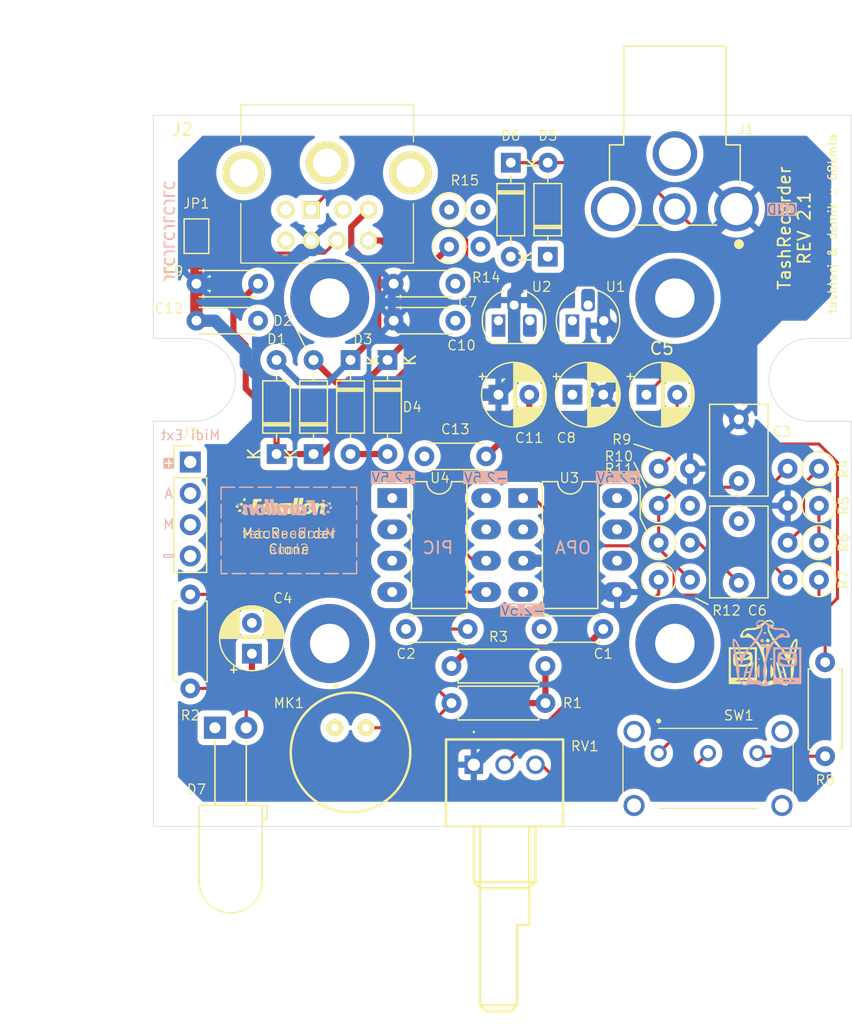
<source format=kicad_pcb>
(kicad_pcb (version 20240108) (generator "pcbnew") (generator_version "8.0")
  (title_block (title "TashRecorder") (date "2024-06-02") (rev "2.1") (company "Lostwave") (comment 1 "https://68kmla.org/bb/index.php?threads/tashrecorder-a-farallon-macrecorder-compatible-clone.47645/#post-534733") (comment 2 "https://github.com/lampmerchant/tashrecorder") (comment 3 "https://tinkerdifferent.com/threads/tashrecorder-a-farallon-macrecorder-compatible-clone.3632/"))
  (layers (0 "F.Cu" signal) (1 "In1.Cu" power) (2 "In2.Cu" signal) (31 "B.Cu" mixed) (34 "B.Paste" user) (35 "F.Paste" user) (36 "B.SilkS" user "B.Silkscreen") (37 "F.SilkS" user "F.Silkscreen") (38 "B.Mask" user) (39 "F.Mask" user) (44 "Edge.Cuts" user))
  (net 0 "")
  (net 1 "GND")
  (net 2 "Net-(C3-Pad1)")
  (net 3 "Net-(C2-Pad2)")
  (net 4 "Net-(MK1-+)")
  (net 5 "Net-(C4-Pad1)")
  (net 6 "Net-(D1-K)")
  (net 7 "Net-(D3-A)")
  (net 8 "-2V5")
  (net 9 "+2V5")
  (net 10 "Net-(D5-K)")
  (net 11 "Net-(D7-A)")
  (net 13 "/RXD-")
  (net 14 "/TXD+")
  (net 15 "/TXD-")
  (net 16 "Net-(U4-RA2)")
  (net 17 "/RXD+")
  (net 18 "/HSI")
  (net 19 "Net-(SW1-A)")
  (net 20 "Net-(U3A--)")
  (net 21 "Net-(C5-Pad2)")
  (net 22 "Net-(U3B--)")
  (net 23 "Net-(R12-Pad1)")
  (net 24 "Net-(SW1-C)")
  (net 25 "/MODE")
  (net 26 "/Audio")
  (net 27 "Net-(JP1-A)")
  (net 28 "Net-(SW1-B)")
  (net 29 "Net-(R4-Pad2)")
  (footprint "MountingHole:MountingHole_3.2mm_M3_Pad" (layer "F.Cu") (at 169.31 84.17)
    (property "Reference" "H2" (hide yes))
    (property "Value" "M3")
    (pad "1" thru_hole circle (at 0 0) (size 6.4 6.4) (drill 3.2) (layers "*.Cu" "*.Mask"))
  )
  (footprint "MountingHole:MountingHole_3.2mm_M3_Pad" (layer "F.Cu") (at 141.31 112.17)
    (property "Reference" "H3" (hide yes))
    (property "Value" "M3")
    (pad "1" thru_hole circle (at 0 0) (size 6.4 6.4) (drill 3.2) (layers "*.Cu" "*.Mask"))
  )
  (footprint "MountingHole:MountingHole_3.2mm_M3_Pad" (layer "F.Cu") (at 169.31 112.17)
    (property "Reference" "H4" (hide yes))
    (property "Value" "M3")
    (pad "1" thru_hole circle (at 0 0) (size 6.4 6.4) (drill 3.2) (layers "*.Cu" "*.Mask"))
  )
  (footprint "Resistor_THT:R_Axial_DIN0207_L6.3mm_D2.5mm_P7.62mm_Horizontal" (layer "F.Cu") (at 158.81 117 180)
    (property "Reference" "R1" (at -2.19 0 180) (layer "F.SilkS") (effects (font (size 0.8 0.8) (thickness 0.1))))
    (property "Value" "2.4kΩ")
    (pad "1" thru_hole circle (at 0 0 180) (size 1.6 1.6) (drill 0.8) (layers "*.Cu" "*.Mask") (net 5 "Net-(C4-Pad1)"))
    (pad "2" thru_hole oval (at 7.62 0 180) (size 1.6 1.6) (drill 0.8) (layers "*.Cu" "*.Mask") (net 4 "Net-(MK1-+)"))
  )
  (footprint "Package_TO_SOT_THT:TO-92_HandSolder" (layer "F.Cu") (at 161 86)
    (property "Reference" "U1" (at 3.5 -2.75 0) (layer "F.SilkS") (effects (font (size 0.8 0.8) (thickness 0.1))))
    (property "Value" "LM385Z-2.5")
    (pad "1" thru_hole rect (at 0 0) (size 1.1 1.8) (drill 0.75 (offset 0 0.4)) (layers "*.Cu" "*.Mask"))
    (pad "2" thru_hole roundrect (at 1.27 -1.27) (size 1.1 1.8) (drill 0.75 (offset 0 -0.4)) (layers "*.Cu" "*.Mask") (net 9 "+2V5"))
    (pad "3" thru_hole roundrect (at 2.54 0) (size 1.1 1.8) (drill 0.75 (offset 0 0.4)) (layers "*.Cu" "*.Mask") (net 1 "GND"))
  )
  (footprint "Package_DIP:DIP-8_W7.62mm_LongPads" (layer "F.Cu") (at 146.38 100.38)
    (property "Reference" "U4" (at 3.87 -1.63 0) (layer "F.SilkS") (effects (font (size 0.8 0.8) (thickness 0.1))))
    (property "Value" "PIC12F1501-xP")
    (pad "1" thru_hole rect (at 0 0) (size 2.4 1.6) (drill 0.8) (layers "*.Cu" "*.Mask") (net 9 "+2V5"))
    (pad "2" thru_hole oval (at 0 2.54) (size 2.4 1.6) (drill 0.8) (layers "*.Cu" "*.Mask") (net 13 "/RXD-"))
    (pad "3" thru_hole oval (at 0 5.08) (size 2.4 1.6) (drill 0.8) (layers "*.Cu" "*.Mask") (net 17 "/RXD+"))
    (pad "4" thru_hole oval (at 0 7.62) (size 2.4 1.6) (drill 0.8) (layers "*.Cu" "*.Mask") (net 25 "/MODE"))
    (pad "5" thru_hole oval (at 7.62 7.62) (size 2.4 1.6) (drill 0.8) (layers "*.Cu" "*.Mask") (net 16 "Net-(U4-RA2)"))
    (pad "6" thru_hole oval (at 7.62 5.08) (size 2.4 1.6) (drill 0.8) (layers "*.Cu" "*.Mask") (net 18 "/HSI"))
    (pad "7" thru_hole oval (at 7.62 2.54) (size 2.4 1.6) (drill 0.8) (layers "*.Cu" "*.Mask") (net 26 "/Audio"))
    (pad "8" thru_hole oval (at 7.62 0) (size 2.4 1.6) (drill 0.8) (layers "*.Cu" "*.Mask") (net 8 "-2V5"))
  )
  (footprint "Package_DIP:DIP-8_W7.62mm_LongPads" (layer "F.Cu") (at 157 100.38)
    (property "Reference" "U3" (at 3.75 -1.63 0) (layer "F.SilkS") (effects (font (size 0.8 0.8) (thickness 0.1))))
    (property "Value" "OPA2337")
    (pad "1" thru_hole rect (at 0 0) (size 2.4 1.6) (drill 0.8) (layers "*.Cu" "*.Mask") (net 19 "Net-(SW1-A)"))
    (pad "2" thru_hole oval (at 0 2.54) (size 2.4 1.6) (drill 0.8) (layers "*.Cu" "*.Mask") (net 20 "Net-(U3A--)"))
    (pad "3" thru_hole oval (at 0 5.08) (size 2.4 1.6) (drill 0.8) (layers "*.Cu" "*.Mask") (net 1 "GND"))
    (pad "4" thru_hole oval (at 0 7.62) (size 2.4 1.6) (drill 0.8) (layers "*.Cu" "*.Mask") (net 8 "-2V5"))
    (pad "5" thru_hole oval (at 7.62 7.62) (size 2.4 1.6) (drill 0.8) (layers "*.Cu" "*.Mask") (net 1 "GND"))
    (pad "6" thru_hole oval (at 7.62 5.08) (size 2.4 1.6) (drill 0.8) (layers "*.Cu" "*.Mask") (net 22 "Net-(U3B--)"))
    (pad "7" thru_hole oval (at 7.62 2.54) (size 2.4 1.6) (drill 0.8) (layers "*.Cu" "*.Mask") (net 26 "/Audio"))
    (pad "8" thru_hole oval (at 7.62 0) (size 2.4 1.6) (drill 0.8) (layers "*.Cu" "*.Mask") (net 9 "+2V5"))
  )
  (footprint "Capacitor_THT:CP_Radial_D5.0mm_P2.50mm" (layer "F.Cu") (at 135 113 90)
    (property "Reference" "C4" (at 4.5 2.5 0) (layer "F.SilkS") (effects (font (size 0.8 0.8) (thickness 0.1))))
    (property "Value" "22uF")
    (pad "1" thru_hole rect (at 0 0 90) (size 1.6 1.6) (drill 0.8) (layers "*.Cu" "*.Mask") (net 5 "Net-(C4-Pad1)"))
    (pad "2" thru_hole circle (at 2.5 0 90) (size 1.6 1.6) (drill 0.8) (layers "*.Cu" "*.Mask") (net 8 "-2V5"))
  )
  (footprint "MacRecorder:CUI_RCJ-013" (layer "F.Cu") (at 169.31 71 -90)
    (property "Reference" "J1" (at -0.5 -5.76308 180) (layer "F.SilkS") (effects (font (size 0.8 0.8) (thickness 0.1))))
    (property "Value" "RCJ-013")
    (pad "1A" thru_hole circle (at 5.95 -5 270) (size 3.616 3.616) (drill 2.6) (layers "*.Cu" "*.Mask") (net 1 "GND"))
    (pad "1B" thru_hole circle (at 5.95 5 270) (size 3.616 3.616) (drill 2.6) (layers "*.Cu" "*.Mask"))
    (pad "1C" thru_hole circle (at 1.45 0 270) (size 3.616 3.616) (drill 2.6) (layers "*.Cu" "*.Mask"))
    (pad "2" thru_hole circle (at 5.95 0 270) (size 2.55 2.55) (drill 1.7) (layers "*.Cu" "*.Mask") (net 10 "Net-(D5-K)"))
  )
  (footprint "Mini-DIN-8:57492681" (layer "F.Cu") (at 139.8 77.01)
    (property "Reference" "J2" (at -10.45 -6.51 0) (layer "F.SilkS"))
    (property "Value" "Mini-DIN-8" (hide yes))
    (pad "1" thru_hole rect (at 0 0 90) (size 1.39 1.39) (drill 0.89) (layers "*.Cu" "*.Mask" "F.SilkS") (net 18 "/HSI"))
    (pad "2" thru_hole circle (at 2.6 0 90) (size 1.39 1.39) (drill 0.89) (layers "*.Cu" "*.Mask" "F.SilkS"))
    (pad "3" thru_hole circle (at -2.05 0 90) (size 1.39 1.39) (drill 0.89) (layers "*.Cu" "*.Mask" "F.SilkS") (net 13 "/RXD-"))
    (pad "4" thru_hole circle (at 0 2.49 90) (size 1.39 1.39) (drill 0.89) (layers "*.Cu" "*.Mask" "F.SilkS") (net 1 "GND"))
    (pad "5" thru_hole circle (at 4.65 0 90) (size 1.39 1.39) (drill 0.89) (layers "*.Cu" "*.Mask" "F.SilkS") (net 15 "/TXD-"))
    (pad "6" thru_hole circle (at -2.05 2.49 90) (size 1.39 1.39) (drill 0.89) (layers "*.Cu" "*.Mask" "F.SilkS") (net 17 "/RXD+"))
    (pad "7" thru_hole circle (at 2.11 2.49 90) (size 1.39 1.39) (drill 0.89) (layers "*.Cu" "*.Mask" "F.SilkS") (net 27 "Net-(JP1-A)"))
    (pad "8" thru_hole circle (at 4.65 2.49 90) (size 1.39 1.39) (drill 0.89) (layers "*.Cu" "*.Mask" "F.SilkS") (net 14 "/TXD+"))
    (pad "MH1" thru_hole circle (at 8.06 -3 90) (size 3.44 3.44) (drill 2.29) (layers "*.Cu" "*.Mask" "F.SilkS"))
    (pad "MH2" thru_hole circle (at 1.3 -3.81 90) (size 3.44 3.44) (drill 2.29) (layers "*.Cu" "*.Mask" "F.SilkS"))
    (pad "MH3" thru_hole circle (at -5.46 -3 90) (size 3.44 3.44) (drill 2.29) (layers "*.Cu" "*.Mask" "F.SilkS"))
  )
  (footprint "Capacitor_THT:C_Disc_D4.3mm_W1.9mm_P5.00mm" (layer "F.Cu") (at 152.5 111 180)
    (property "Reference" "C2" (at 5 -2 180) (layer "F.SilkS") (effects (font (size 0.8 0.8) (thickness 0.1))))
    (property "Value" "100nF")
    (pad "1" thru_hole circle (at 0 0 180) (size 1.6 1.6) (drill 0.8) (layers "*.Cu" "*.Mask") (net 4 "Net-(MK1-+)"))
    (pad "2" thru_hole circle (at 5 0 180) (size 1.6 1.6) (drill 0.8) (layers "*.Cu" "*.Mask") (net 3 "Net-(C2-Pad2)"))
  )
  (footprint "Resistor_THT:R_Axial_DIN0207_L6.3mm_D2.5mm_P7.62mm_Horizontal" (layer "F.Cu") (at 130 108.19 -90)
    (property "Reference" "R2" (at 9.81 0 180) (layer "F.SilkS") (effects (font (size 0.8 0.8) (thickness 0.1))))
    (property "Value" "2.4kΩ")
    (pad "1" thru_hole circle (at 0 0 270) (size 1.6 1.6) (drill 0.8) (layers "*.Cu" "*.Mask") (net 16 "Net-(U4-RA2)"))
    (pad "2" thru_hole oval (at 7.62 0 270) (size 1.6 1.6) (drill 0.8) (layers "*.Cu" "*.Mask") (net 11 "Net-(D7-A)"))
  )
  (footprint "Capacitor_THT:C_Rect_L7.2mm_W4.5mm_P5.00mm_FKS2_FKP2_MKS2_MKP2" (layer "F.Cu") (at 174.5 99 90)
    (property "Reference" "C3" (at 4 3.5 0) (layer "F.SilkS") (effects (font (size 0.8 0.8) (thickness 0.1))))
    (property "Value" "6800pF")
    (pad "1" thru_hole circle (at 0 0 90) (size 1.6 1.6) (drill 0.8) (layers "*.Cu" "*.Mask") (net 2 "Net-(C3-Pad1)"))
    (pad "2" thru_hole circle (at 5 0 90) (size 1.6 1.6) (drill 0.8) (layers "*.Cu" "*.Mask") (net 1 "GND"))
  )
  (footprint "CMA-4544PF-W:CMA4544PFW" (layer "F.Cu") (at 141.73 119 90)
    (property "Reference" "MK1" (at 2 -3.73 180) (layer "F.SilkS") (effects (font (size 0.8 0.8) (thickness 0.1))))
    (property "Value" "Microphone" (hide yes))
    (pad "1" thru_hole circle (at 0 0 180) (size 1.333 1.333) (drill 0.65) (layers "*.Cu" "*.Mask" "F.SilkS") (net 8 "-2V5"))
    (pad "2" thru_hole circle (at 0 2.54 180) (size 1.333 1.333) (drill 0.65) (layers "*.Cu" "*.Mask" "F.SilkS") (net 4 "Net-(MK1-+)"))
  )
  (footprint "Resistor_THT:R_Axial_DIN0207_L6.3mm_D2.5mm_P7.62mm_Horizontal" (layer "F.Cu") (at 151.19 114)
    (property "Reference" "R3" (at 3.81 -2.37 0) (layer "F.SilkS") (effects (font (size 0.8 0.8) (thickness 0.1))))
    (property "Value" "1.2kΩ")
    (pad "1" thru_hole circle (at 0 0) (size 1.6 1.6) (drill 0.8) (layers "*.Cu" "*.Mask") (net 9 "+2V5"))
    (pad "2" thru_hole oval (at 7.62 0) (size 1.6 1.6) (drill 0.8) (layers "*.Cu" "*.Mask") (net 5 "Net-(C4-Pad1)"))
  )
  (footprint "Package_TO_SOT_THT:TO-92_HandSolder" (layer "F.Cu") (at 155 86)
    (property "Reference" "U2" (at 3.5 -2.75 0) (layer "F.SilkS") (effects (font (size 0.8 0.8) (thickness 0.1))))
    (property "Value" "LM385Z-2.5")
    (pad "1" thru_hole rect (at 0 0) (size 1.1 1.8) (drill 0.75 (offset 0 0.4)) (layers "*.Cu" "*.Mask"))
    (pad "2" thru_hole roundrect (at 1.27 -1.27) (size 1.1 1.8) (drill 0.75 (offset 0 -0.4)) (layers "*.Cu" "*.Mask") (net 1 "GND"))
    (pad "3" thru_hole roundrect (at 2.54 0) (size 1.1 1.8) (drill 0.75 (offset 0 0.4)) (layers "*.Cu" "*.Mask") (net 8 "-2V5"))
  )
  (footprint "Capacitor_THT:C_Disc_D4.3mm_W1.9mm_P5.00mm" (layer "F.Cu") (at 163.5 111 180)
    (property "Reference" "C1" (at 0 -2 180) (layer "F.SilkS") (effects (font (size 0.8 0.8) (thickness 0.1))))
    (property "Value" "100nF")
    (pad "1" thru_hole circle (at 0 0 180) (size 1.6 1.6) (drill 0.8) (layers "*.Cu" "*.Mask") (net 9 "+2V5"))
    (pad "2" thru_hole circle (at 5 0 180) (size 1.6 1.6) (drill 0.8) (layers "*.Cu" "*.Mask") (net 8 "-2V5"))
  )
  (footprint "Resistor_THT:R_Axial_DIN0207_L6.3mm_D2.5mm_P2.54mm_Vertical" (layer "F.Cu") (at 181 104 180)
    (property "Reference" "R6" (at -2 0 -90) (layer "F.SilkS") (effects (font (size 0.8 0.8) (thickness 0.1))))
    (property "Value" "2.4kΩ")
    (pad "1" thru_hole circle (at 0 0 180) (size 1.6 1.6) (drill 0.8) (layers "*.Cu" "*.Mask") (net 3 "Net-(C2-Pad2)"))
    (pad "2" thru_hole oval (at 2.54 0 180) (size 1.6 1.6) (drill 0.8) (layers "*.Cu" "*.Mask") (net 20 "Net-(U3A--)"))
  )
  (footprint "Resistor_THT:R_Axial_DIN0207_L6.3mm_D2.5mm_P2.54mm_Vertical" (layer "F.Cu") (at 181 107 180)
    (property "Reference" "R7" (at -2 0 -90) (layer "F.SilkS") (effects (font (size 0.8 0.8) (thickness 0.1))))
    (property "Value" "220k")
    (pad "1" thru_hole circle (at 0 0 180) (size 1.6 1.6) (drill 0.8) (layers "*.Cu" "*.Mask") (net 19 "Net-(SW1-A)"))
    (pad "2" thru_hole oval (at 2.54 0 180) (size 1.6 1.6) (drill 0.8) (layers "*.Cu" "*.Mask") (net 29 "Net-(R4-Pad2)"))
  )
  (footprint "Capacitor_THT:C_Disc_D4.3mm_W1.9mm_P5.00mm" (layer "F.Cu") (at 151.5 86 180)
    (property "Reference" "C10" (at -0.5 -2 180) (layer "F.SilkS") (effects (font (size 0.8 0.8) (thickness 0.1))))
    (property "Value" "100nF")
    (pad "1" thru_hole circle (at 0 0 180) (size 1.6 1.6) (drill 0.8) (layers "*.Cu" "*.Mask") (net 8 "-2V5"))
    (pad "2" thru_hole circle (at 5 0 180) (size 1.6 1.6) (drill 0.8) (layers "*.Cu" "*.Mask") (net 1 "GND"))
  )
  (footprint "Resistor_THT:R_Axial_DIN0207_L6.3mm_D2.5mm_P2.54mm_Vertical" (layer "F.Cu") (at 181 98 180)
    (property "Reference" "R4" (at -2 0 -90) (layer "F.SilkS") (effects (font (size 0.8 0.8) (thickness 0.1))))
    (property "Value" "220kΩ")
    (pad "1" thru_hole circle (at 0 0 180) (size 1.6 1.6) (drill 0.8) (layers "*.Cu" "*.Mask") (net 20 "Net-(U3A--)"))
    (pad "2" thru_hole oval (at 2.54 0 180) (size 1.6 1.6) (drill 0.8) (layers "*.Cu" "*.Mask") (net 29 "Net-(R4-Pad2)"))
  )
  (footprint "Resistor_THT:R_Axial_DIN0207_L6.3mm_D2.5mm_P2.54mm_Vertical" (layer "F.Cu") (at 151 77)
    (property "Reference" "R15" (at 1.27 -2.37 0) (layer "F.SilkS") (effects (font (size 0.8 0.8) (thickness 0.1))))
    (property "Value" "47")
    (pad "1" thru_hole circle (at 0 0) (size 1.6 1.6) (drill 0.8) (layers "*.Cu" "*.Mask") (net 7 "Net-(D3-A)"))
    (pad "2" thru_hole oval (at 2.54 0) (size 1.6 1.6) (drill 0.8) (layers "*.Cu" "*.Mask") (net 8 "-2V5"))
  )
  (footprint "LED_THT:LED_D5.0mm_Horizontal_O6.35mm_Z9.0mm" (layer "F.Cu") (at 132 119)
    (property "Reference" "D7" (at -1.5 5 0) (layer "F.SilkS") (effects (font (size 0.8 0.8) (thickness 0.1))))
    (property "Value" "LED")
    (pad "1" thru_hole rect (at 0 0) (size 1.8 1.8) (drill 0.9) (layers "*.Cu" "*.Mask") (net 8 "-2V5"))
    (pad "2" thru_hole circle (at 2.54 0) (size 1.8 1.8) (drill 0.9) (layers "*.Cu" "*.Mask") (net 11 "Net-(D7-A)"))
  )
  (footprint "Capacitor_THT:C_Disc_D4.3mm_W1.9mm_P5.00mm" (layer "F.Cu") (at 151.5 83 180)
    (property "Reference" "C7" (at -1 -1.5 180) (layer "F.SilkS") (effects (font (size 0.8 0.8) (thickness 0.1))))
    (property "Value" "100nF")
    (pad "1" thru_hole circle (at 0 0 180) (size 1.6 1.6) (drill 0.8) (layers "*.Cu" "*.Mask") (net 9 "+2V5"))
    (pad "2" thru_hole circle (at 5 0 180) (size 1.6 1.6) (drill 0.8) (layers "*.Cu" "*.Mask") (net 1 "GND"))
  )
  (footprint "Resistor_THT:R_Axial_DIN0207_L6.3mm_D2.5mm_P2.54mm_Vertical" (layer "F.Cu") (at 168 107)
    (property "Reference" "R12" (at 5.5 2.5 0) (layer "F.SilkS") (effects (font (size 0.8 0.8) (thickness 0.1))))
    (property "Value" "1.2kΩ")
    (pad "1" thru_hole circle (at 0 0) (size 1.6 1.6) (drill 0.8) (layers "*.Cu" "*.Mask") (net 23 "Net-(R12-Pad1)"))
    (pad "2" thru_hole oval (at 2.54 0) (size 1.6 1.6) (drill 0.8) (layers "*.Cu" "*.Mask") (net 2 "Net-(C3-Pad1)"))
  )
  (footprint "Capacitor_THT:C_Rect_L7.2mm_W4.5mm_P5.00mm_FKS2_FKP2_MKS2_MKP2" (layer "F.Cu") (at 174.5 107.25 90)
    (property "Reference" "C6" (at -2.25 1.5 0) (layer "F.SilkS") (effects (font (size 0.8 0.8) (thickness 0.1))))
    (property "Value" "680pF")
    (pad "1" thru_hole circle (at 0 0 90) (size 1.6 1.6) (drill 0.8) (layers "*.Cu" "*.Mask") (net 22 "Net-(U3B--)"))
    (pad "2" thru_hole circle (at 5 0 90) (size 1.6 1.6) (drill 0.8) (layers "*.Cu" "*.Mask") (net 26 "/Audio"))
  )
  (footprint "Resistor_THT:R_Axial_DIN0207_L6.3mm_D2.5mm_P7.62mm_Horizontal" (layer "F.Cu") (at 181.5 121.31 90)
    (property "Reference" "R8" (at -1.94 0 0) (layer "F.SilkS") (effects (font (size 0.8 0.8) (thickness 0.1))))
    (property "Value" "47Ω")
    (pad "1" thru_hole circle (at 0 0 90) (size 1.6 1.6) (drill 0.8) (layers "*.Cu" "*.Mask") (net 24 "Net-(SW1-C)"))
    (pad "2" thru_hole oval (at 7.62 0 90) (size 1.6 1.6) (drill 0.8) (layers "*.Cu" "*.Mask") (net 21 "Net-(C5-Pad2)"))
  )
  (footprint "Resistor_THT:R_Axial_DIN0207_L6.3mm_D2.5mm_P2.54mm_Vertical" (layer "F.Cu") (at 168 98)
    (property "Reference" "R9" (at -3 -2.37 0) (layer "F.SilkS") (effects (font (size 0.8 0.8) (thickness 0.1))))
    (property "Value" "220kΩ")
    (pad "1" thru_hole circle (at 0 0) (size 1.6 1.6) (drill 0.8) (layers "*.Cu" "*.Mask") (net 21 "Net-(C5-Pad2)"))
    (pad "2" thru_hole oval (at 2.54 0) (size 1.6 1.6) (drill 0.8) (layers "*.Cu" "*.Mask") (net 1 "GND"))
  )
  (footprint "Capacitor_THT:CP_Radial_D5.0mm_P2.50mm" (layer "F.Cu") (at 155 92)
    (property "Reference" "C11" (at 2.5 3.5 0) (layer "F.SilkS") (effects (font (size 0.8 0.8) (thickness 0.1))))
    (property "Value" "22uF")
    (pad "1" thru_hole rect (at 0 0) (size 1.6 1.6) (drill 0.8) (layers "*.Cu" "*.Mask") (net 1 "GND"))
    (pad "2" thru_hole circle (at 2.5 0) (size 1.6 1.6) (drill 0.8) (layers "*.Cu" "*.Mask") (net 8 "-2V5"))
  )
  (footprint "Capacitor_THT:CP_Radial_D5.0mm_P2.50mm" (layer "F.Cu") (at 161 92)
    (property "Reference" "C8" (at -0.5 3.5 0) (layer "F.SilkS") (effects (font (size 0.8 0.8) (thickness 0.1))))
    (property "Value" "22uF")
    (pad "1" thru_hole rect (at 0 0) (size 1.6 1.6) (drill 0.8) (layers "*.Cu" "*.Mask") (net 9 "+2V5"))
    (pad "2" thru_hole circle (at 2.5 0) (size 1.6 1.6) (drill 0.8) (layers "*.Cu" "*.Mask") (net 1 "GND"))
  )
  (footprint "Resistor_THT:R_Axial_DIN0207_L6.3mm_D2.5mm_P2.54mm_Vertical" (layer "F.Cu") (at 151 80)
    (property "Reference" "R14" (at 3 2.5 0) (layer "F.SilkS") (effects (font (size 0.8 0.8) (thickness 0.1))))
    (property "Value" "47")
    (pad "1" thru_hole circle (at 0 0) (size 1.6 1.6) (drill 0.8) (layers "*.Cu" "*.Mask") (net 6 "Net-(D1-K)"))
    (pad "2" thru_hole oval (at 2.54 0) (size 1.6 1.6) (drill 0.8) (layers "*.Cu" "*.Mask") (net 9 "+2V5"))
  )
  (footprint "Resistor_THT:R_Axial_DIN0207_L6.3mm_D2.5mm_P2.54mm_Vertical" (layer "F.Cu") (at 168 101)
    (property "Reference" "R10" (at -2 -4 0) (layer "F.SilkS") (effects (font (size 0.8 0.8) (thickness 0.1)) (justify right)))
    (property "Value" "4.7kΩ")
    (pad "1" thru_hole circle (at 0 0) (size 1.6 1.6) (drill 0.8) (layers "*.Cu" "*.Mask") (net 2 "Net-(C3-Pad1)"))
    (pad "2" thru_hole oval (at 2.54 0) (size 1.6 1.6) (drill 0.8) (layers "*.Cu" "*.Mask") (net 26 "/Audio"))
  )
  (footprint "Diode_THT:D_DO-35_SOD27_P7.62mm_Horizontal" (layer "F.Cu") (at 140 96.81 90)
    (property "Reference" "D2" (at 10.81 -2.5 0) (layer "F.SilkS") (effects (font (size 0.8 0.8) (thickness 0.1))))
    (property "Value" "1N4148")
    (fp_text user "K" (at 0 -1.8 -90) (layer "F.SilkS"))
    (pad "1" thru_hole rect (at 0 0 90) (size 1.6 1.6) (drill 0.8) (layers "*.Cu" "*.Mask") (net 6 "Net-(D1-K)"))
    (pad "2" thru_hole oval (at 7.62 0 90) (size 1.6 1.6) (drill 0.8) (layers "*.Cu" "*.Mask") (net 14 "/TXD+"))
  )
  (footprint "Capacitor_THT:C_Disc_D4.3mm_W1.9mm_P5.00mm" (layer "F.Cu") (at 149 97)
    (property "Reference" "C13" (at 2.5 -2.2 0) (layer "F.SilkS") (effects (font (size 0.8 0.8) (thickness 0.1))))
    (property "Value" "100nF")
    (pad "1" thru_hole circle (at 0 0) (size 1.6 1.6) (drill 0.8) (layers "*.Cu" "*.Mask") (net 9 "+2V5"))
    (pad "2" thru_hole circle (at 5 0) (size 1.6 1.6) (drill 0.8) (layers "*.Cu" "*.Mask") (net 8 "-2V5"))
  )
  (footprint "Diode_THT:D_DO-35_SOD27_P7.62mm_Horizontal" (layer "F.Cu") (at 156 73.19 -90)
    (property "Reference" "D5" (at -2.19 -3 180) (layer "F.SilkS") (effects (font (size 0.8 0.8) (thickness 0.1))))
    (property "Value" "1N4148")
    (fp_text user "K" (at 0 -1.8 90) (layer "F.SilkS"))
    (pad "1" thru_hole rect (at 0 0 270) (size 1.6 1.6) (drill 0.8) (layers "*.Cu" "*.Mask") (net 10 "Net-(D5-K)"))
    (pad "2" thru_hole oval (at 7.62 0 270) (size 1.6 1.6) (drill 0.8) (layers "*.Cu" "*.Mask") (net 8 "-2V5"))
  )
  (footprint "Capacitor_THT:C_Disc_D4.3mm_W1.9mm_P5.00mm" (layer "F.Cu") (at 135.5 83 180)
    (property "Reference" "C9" (at 6 1 180) (layer "F.SilkS") (effects (font (size 0.8 0.8) (thickness 0.1)) (justify right)))
    (property "Value" "100nF")
    (pad "1" thru_hole circle (at 0 0 180) (size 1.6 1.6) (drill 0.8) (layers "*.Cu" "*.Mask") (net 6 "Net-(D1-K)"))
    (pad "2" thru_hole circle (at 5 0 180) (size 1.6 1.6) (drill 0.8) (layers "*.Cu" "*.Mask") (net 1 "GND"))
  )
  (footprint "Connector_PinHeader_2.54mm:PinHeader_1x04_P2.54mm_Vertical" (layer "F.Cu") (at 130 97.46)
    (property "Reference" "J3" (at 0 -2.33 0) (layer "F.SilkS") (effects (font (size 0.8 0.8) (thickness 0.1))))
    (property "Value" "Conn_01x04")
    (pad "1" thru_hole rect (at 0 0) (size 1.7 1.7) (drill 1) (layers "*.Cu" "*.Mask") (net 9 "+2V5"))
    (pad "2" thru_hole oval (at 0 2.54) (size 1.7 1.7) (drill 1) (layers "*.Cu" "*.Mask") (net 26 "/Audio"))
    (pad "3" thru_hole oval (at 0 5.08) (size 1.7 1.7) (drill 1) (layers "*.Cu" "*.Mask") (net 25 "/MODE"))
    (pad "4" thru_hole oval (at 0 7.62) (size 1.7 1.7) (drill 1) (layers "*.Cu" "*.Mask") (net 8 "-2V5"))
  )
  (footprint "LOGO" (layer "F.Cu") (at 176.5 113)
    (property "Reference" "G***" (hide yes))
    (property "Value" "LOGO" (hide yes))
  )
  (footprint "Capacitor_THT:C_Disc_D4.3mm_W1.9mm_P5.00mm" (layer "F.Cu") (at 135.5 86 180)
    (property "Reference" "C12" (at 6 1 180) (layer "F.SilkS") (effects (font (size 0.8 0.8) (thickness 0.1)) (justify right)))
    (property "Value" "100nF")
    (pad "1" thru_hole circle (at 0 0 180) (size 1.6 1.6) (drill 0.8) (layers "*.Cu" "*.Mask") (net 7 "Net-(D3-A)"))
    (pad "2" thru_hole circle (at 5 0 180) (size 1.6 1.6) (drill 0.8) (layers "*.Cu" "*.Mask") (net 1 "GND"))
  )
  (footprint "Capacitor_THT:CP_Radial_D5.0mm_P2.50mm" (layer "F.Cu") (at 167 92)
    (property "Reference" "C5" (at 1.25 -3.75 0) (layer "F.SilkS"))
    (property "Value" "22uF")
    (pad "1" thru_hole rect (at 0 0) (size 1.6 1.6) (drill 0.8) (layers "*.Cu" "*.Mask") (net 10 "Net-(D5-K)"))
    (pad "2" thru_hole circle (at 2.5 0) (size 1.6 1.6) (drill 0.8) (layers "*.Cu" "*.Mask") (net 21 "Net-(C5-Pad2)"))
  )
  (footprint "MountingHole:MountingHole_3.2mm_M3_Pad" (layer "F.Cu") (at 141.31 84.17)
    (property "Reference" "H1" (hide yes))
    (property "Value" "M3")
    (pad "1" thru_hole circle (at 0 0) (size 6.4 6.4) (drill 3.2) (layers "*.Cu" "*.Mask"))
  )
  (footprint "Diode_THT:D_DO-35_SOD27_P7.62mm_Horizontal" (layer "F.Cu") (at 143 89.19 -90)
    (property "Reference" "D3" (at -1.69 -1 180) (layer "F.SilkS") (effects (font (size 0.8 0.8) (thickness 0.1))))
    (property "Value" "1N4148")
    (fp_text user "K" (at 0 -1.8 90) (layer "F.SilkS"))
    (pad "1" thru_hole rect (at 0 0 270) (size 1.6 1.6) (drill 0.8) (layers "*.Cu" "*.Mask") (net 15 "/TXD-"))
    (pad "2" thru_hole oval (at 7.62 0 270) (size 1.6 1.6) (drill 0.8) (layers "*.Cu" "*.Mask") (net 7 "Net-(D3-A)"))
  )
  (footprint "MacRecorder:PTD9011015FA203" (layer "F.Cu") (at 153 122 -90)
    (property "Reference" "RV1" (at -1.5 -9 180) (layer "F.SilkS") (effects (font (size 0.8 0.8) (thickness 0.1))))
    (property "Value" "100k" (hide yes))
    (pad "1" thru_hole rect (at 0 0 270) (size 1.5 1.5) (drill 1) (layers "*.Cu" "*.Mask") (net 1 "GND"))
    (pad "2" thru_hole circle (at 0 -2.5 270) (size 1.5 1.5) (drill 1) (layers "*.Cu" "*.Mask") (net 23 "Net-(R12-Pad1)"))
    (pad "3" thru_hole circle (at 0 -5 270) (size 1.5 1.5) (drill 1) (layers "*.Cu" "*.Mask") (net 28 "Net-(SW1-B)"))
  )
  (footprint "Resistor_THT:R_Axial_DIN0207_L6.3mm_D2.5mm_P2.54mm_Vertical" (layer "F.Cu") (at 181 101 180)
    (property "Reference" "R5" (at -2 0 -90) (layer "F.SilkS") (effects (font (size 0.8 0.8) (thickness 0.1))))
    (property "Value" "220kΩ")
    (pad "1" thru_hole circle (at 0 0 180) (size 1.6 1.6) (drill 0.8) (layers "*.Cu" "*.Mask") (net 3 "Net-(C2-Pad2)"))
    (pad "2" thru_hole oval (at 2.54 0 180) (size 1.6 1.6) (drill 0.8) (layers "*.Cu" "*.Mask") (net 1 "GND"))
  )
  (footprint "Resistor_THT:R_Axial_DIN0207_L6.3mm_D2.5mm_P2.54mm_Vertical" (layer "F.Cu") (at 168 104)
    (property "Reference" "R11" (at -2 -6 0) (layer "F.SilkS") (effects (font (size 0.8 0.8) (thickness 0.1)) (justify right)))
    (property "Value" "10kΩ")
    (pad "1" thru_hole circle (at 0 0) (size 1.6 1.6) (drill 0.8) (layers "*.Cu" "*.Mask") (net 2 "Net-(C3-Pad1)"))
    (pad "2" thru_hole oval (at 2.54 0) (size 1.6 1.6) (drill 0.8) (layers "*.Cu" "*.Mask") (net 22 "Net-(U3B--)"))
  )
  (footprint "MacRecorder:EG1224" (layer "F.Cu") (at 168 121.0525)
    (property "Reference" "SW1" (at 6.5 -3.0525 0) (layer "F.SilkS") (effects (font (size 0.8 0.8) (thickness 0.1))))
    (property "Value" "EG 1224 SPDT" (hide yes))
    (pad "1" thru_hole circle (at 0 0) (size 1.3 1.3) (drill 0.8) (layers "*.Cu" "*.Mask") (net 19 "Net-(SW1-A)"))
    (pad "2" thru_hole circle (at 4 0) (size 1.3 1.3) (drill 0.8) (layers "*.Cu" "*.Mask") (net 28 "Net-(SW1-B)"))
    (pad "3" thru_hole circle (at 8 0) (size 1.3 1.3) (drill 0.8) (layers "*.Cu" "*.Mask") (net 24 "Net-(SW1-C)"))
    (pad "MH1" thru_hole circle (at -2 4.25) (size 1.71 1.71) (drill 1.14) (layers "*.Cu" "*.Mask"))
    (pad "MH2" thru_hole circle (at -2 -1.75) (size 1.71 1.71) (drill 1.14) (layers "*.Cu" "*.Mask"))
    (pad "MH3" thru_hole circle (at 10 -1.75) (size 1.71 1.71) (drill 1.14) (layers "*.Cu" "*.Mask"))
    (pad "MH4" thru_hole circle (at 10 4.25) (size 1.71 1.71) (drill 1.14) (layers "*.Cu" "*.Mask"))
  )
  (footprint "Diode_THT:D_DO-35_SOD27_P7.62mm_Horizontal" (layer "F.Cu") (at 137 96.81 90)
    (property "Reference" "D1" (at 9.31 0 0) (layer "F.SilkS") (effects (font (size 0.8 0.8) (thickness 0.1))))
    (property "Value" "1N4148")
    (fp_text user "K" (at 0 -1.8 -90) (layer "F.SilkS"))
    (pad "1" thru_hole rect (at 0 0 90) (size 1.6 1.6) (drill 0.8) (layers "*.Cu" "*.Mask") (net 6 "Net-(D1-K)"))
    (pad "2" thru_hole oval (at 7.62 0 90) (size 1.6 1.6) (drill 0.8) (layers "*.Cu" "*.Mask") (net 15 "/TXD-"))
  )
  (footprint "MacRecorder:Farallon" (layer "F.Cu") (at 137.5 101)
    (property "Reference" "GF" (hide yes))
    (property "Value" "LOGO" (hide yes))
  )
  (footprint "Diode_THT:D_DO-35_SOD27_P7.62mm_Horizontal" (layer "F.Cu") (at 146 89.19 -90)
    (property "Reference" "D4" (at 3.81 -2 180) (layer "F.SilkS") (effects (font (size 0.8 0.8) (thickness 0.1))))
    (property "Value" "1N4148")
    (fp_text user "K" (at 0 -1.8 90) (layer "F.SilkS"))
    (pad "1" thru_hole rect (at 0 0 270) (size 1.6 1.6) (drill 0.8) (layers "*.Cu" "*.Mask") (net 14 "/TXD+"))
    (pad "2" thru_hole oval (at 7.62 0 270) (size 1.6 1.6) (drill 0.8) (layers "*.Cu" "*.Mask") (net 7 "Net-(D3-A)"))
  )
  (footprint "Jumper:SolderJumper-2_P1.3mm_Open_Pad1.0x1.5mm" (layer "F.Cu") (at 130.5 79.15 -90)
    (property "Reference" "JP1" (at -2.65 0 0) (layer "F.SilkS") (effects (font (size 0.8 0.8) (thickness 0.1))))
    (property "Value" "GPIn to GND")
    (pad "1" smd rect (at -0.65 0 270) (size 1 1.5) (layers "F.Cu" "F.Mask") (net 27 "Net-(JP1-A)"))
    (pad "2" smd rect (at 0.65 0 270) (size 1 1.5) (layers "F.Cu" "F.Mask") (net 1 "GND"))
  )
  (footprint "Diode_THT:D_DO-35_SOD27_P7.62mm_Horizontal" (layer "F.Cu") (at 159 80.81 90)
    (property "Reference" "D6" (at 9.81 -3 0) (layer "F.SilkS") (effects (font (size 0.8 0.8) (thickness 0.1))))
    (property "Value" "1N4148")
    (fp_text user "K" (at 0 -1.8 -90) (layer "F.SilkS"))
    (pad "1" thru_hole rect (at 0 0 90) (size 1.6 1.6) (drill 0.8) (layers "*.Cu" "*.Mask") (net 9 "+2V5"))
    (pad "2" thru_hole oval (at 7.62 0 90) (size 1.6 1.6) (drill 0.8) (layers "*.Cu" "*.Mask") (net 10 "Net-(D5-K)"))
  )
  (footprint "LOGO" (layer "B.Cu") (at 176.75 113 180)
    (property "Reference" "G***" (hide yes))
    (property "Value" "LOGO" (hide yes))
  )
  (footprint "MacRecorder:Farallon" (layer "B.Cu") (at 137.697297 101.097576 180)
    (property "Reference" "GB" (hide yes))
    (property "Value" "LOGO" (hide yes))
  )
  (gr_rect (start 132.5 99.5) (end 143.5 106.5) (stroke (width 0.2)) (fill solid) (layer "F.Cu"))
  (gr_rect (start 132.5 99.5) (end 143.5 106.5) (stroke (width 0.1) (type dash)) (fill none) (layer "B.SilkS"))
  (gr_line (start 167 99.5) (end 166 97.5) (stroke (width 0.12)) (layer "F.SilkS"))
  (gr_line (start 166.5 102) (end 167 103) (stroke (width 0.12)) (layer "F.SilkS"))
  (gr_line (start 166 96) (end 167.5 96.5) (stroke (width 0.12)) (layer "F.SilkS"))
  (gr_line (start 172 109) (end 171 108.5) (stroke (width 0.12)) (layer "F.SilkS"))
  (gr_line (start 138.5 86.5) (end 139.5 88.5) (stroke (width 0.12)) (layer "F.SilkS"))
  (gr_line (start 166 98.5) (end 166.5 99.5) (stroke (width 0.12)) (layer "F.SilkS"))
  (gr_rect (start 132.5 99.5) (end 143.5 106.5) (stroke (width 0.1) (type dash)) (fill none) (layer "F.SilkS"))
  (gr_line (start 166.5 99.5) (end 166.5 102) (stroke (width 0.12)) (layer "F.SilkS"))
  (gr_line (start 127 87.434) (end 127 69.344) (stroke (width 0.05)) (layer "Edge.Cuts"))
  (gr_line (start 180.308 94.15) (end 183.61 94.15) (stroke (width 0.05)) (layer "Edge.Cuts"))
  (gr_line (start 130.302 94.15) (end 127 94.15) (stroke (width 0.05)) (layer "Edge.Cuts"))
  (gr_arc (start 130.302 87.434) (mid 133.66 90.792) (end 130.302 94.15) (stroke (width 0.05)) (layer "Edge.Cuts"))
  (gr_line (start 127 87.434) (end 130.302 87.434) (stroke (width 0.05)) (layer "Edge.Cuts"))
  (gr_line (start 127 127) (end 127 94.15) (stroke (width 0.05)) (layer "Edge.Cuts"))
  (gr_line (start 183.61 127) (end 127 127) (stroke (width 0.05)) (layer "Edge.Cuts"))
  (gr_line (start 183.61 69.344) (end 127 69.344) (stroke (width 0.05)) (layer "Edge.Cuts"))
  (gr_line (start 180.308 87.434) (end 183.61 87.434) (stroke (width 0.05)) (layer "Edge.Cuts"))
  (gr_line (start 183.61 127) (end 183.61 94.15) (stroke (width 0.05)) (layer "Edge.Cuts"))
  (gr_line (start 183.61 87.434) (end 183.61 69.344) (stroke (width 0.05)) (layer "Edge.Cuts"))
  (gr_arc (start 180.308 94.15) (mid 176.95 90.792) (end 180.308 87.434) (stroke (width 0.05)) (layer "Edge.Cuts"))
  (gr_text "MacRecorder\nClone" (at 138 105 -0) (layer "B.SilkS") (effects (font (size 0.8 0.8) (thickness 0.1)) (justify bottom mirror)))
  (gr_text "M" (at 128.25 102.5 0) (layer "B.SilkS") (effects (font (size 0.8 0.8) (thickness 0.1))))
  (gr_text "PIC" (at 148.75 105 0) (layer "B.SilkS") (effects (font (size 1 1)) (justify right bottom mirror)))
  (gr_text "-" (at 128.25 105 0) (layer "B.SilkS" knockout) (effects (font (size 0.8 0.8) (thickness 0.1))))
  (gr_text "-2.5V" (at 154 98.75 0) (layer "B.SilkS" knockout) (effects (font (size 0.8 0.8) (thickness 0.1)) (justify mirror)))
  (gr_text "+" (at 128.25 97.5 0) (layer "B.SilkS" knockout) (effects (font (size 0.8 0.8) (thickness 0.1))))
  (gr_text "Midi Ext" (at 132.5 95.75 -0) (layer "B.SilkS") (effects (font (size 0.8 0.8) (thickness 0.1)) (justify left bottom mirror)))
  (gr_text "A" (at 128.25 100 0) (layer "B.SilkS") (effects (font (size 0.8 0.8) (thickness 0.1))))
  (gr_text "GND" (at 178 77 0) (layer "B.SilkS" knockout) (effects (font (size 0.8 0.8) (thickness 0.1)) (justify mirror)))
  (gr_text "OPA" (at 159.5 105 0) (layer "B.SilkS") (effects (font (size 1 1)) (justify right bottom mirror)))
  (gr_text "JLCJLCJLCJLC" (at 128.27 78.74 -90) (layer "B.SilkS") (effects (font (size 0.8 0.8)) (justify mirror)))
  (gr_text "+2.5V" (at 146.5 98.75 0) (layer "B.SilkS" knockout) (effects (font (size 0.8 0.8) (thickness 0.1)) (justify mirror)))
  (gr_text "-2.5V" (at 157 109.5 0) (layer "B.SilkS" knockout) (effects (font (size 0.8 0.8) (thickness 0.1)) (justify mirror)))
  (gr_text "+2.5V" (at 164.75 98.75 0) (layer "B.SilkS" knockout) (effects (font (size 0.8 0.8) (thickness 0.1)) (justify mirror)))
  (gr_text "TashRecorder\nREV 2.1" (at 179 78.5 90) (layer "F.SilkS") (effects (font (size 1 1))))
  (gr_text "tashtari & demik :: 68kmla" (at 182.5 85.5 90) (layer "F.SilkS") (effects (font (size 0.7 0.7) (thickness 0.1)) (justify left bottom)))
  (gr_text "MacRecorder\nClone" (at 138 105 0) (layer "F.SilkS") (effects (font (size 0.8 0.8) (thickness 0.1)) (justify bottom)))
  (segment (start 130.5 83) (end 130.5 79.8) (width 1) (layer "F.Cu") (net 1))
  (segment (start 130.5 86) (end 130.5 83) (width 1) (layer "F.Cu") (net 1))
  (segment (start 152.5 92) (end 146.5 86) (width 1) (layer "B.Cu") (net 1))
  (segment (start 162.956478 82.73) (end 165.686478 80) (width 1) (layer "B.Cu") (net 1))
  (segment (start 140 79.7) (end 139.8 79.5) (width 1) (layer "B.Cu") (net 1))
  (segment (start 163.5 108) (end 164.62 108) (width 1) (layer "B.Cu") (net 1))
  (segment (start 163.5 92) (end 166.5 89) (width 1) (layer "B.Cu") (net 1))
  (segment (start 134.5 88.5) (end 132 86) (width 1) (layer "B.Cu") (net 1))
  (segment (start 173.5 89) (end 173.5 93) (width 1) (layer "B.Cu") (net 1))
  (segment (start 140 80.27) (end 140 79.7) (width 1) (layer "B.Cu") (net 1))
  (segment (start 155.5 119.5) (end 159 119.5) (width 1) (layer "B.Cu") (net 1))
  (segment (start 155 92) (end 156.27 90.73) (width 1) (layer "B.Cu") (net 1))
  (segment (start 161 110.5) (end 163.5 108) (width 1) (layer "B.Cu") (net 1))
  (segment (start 161 117.5) (end 161 110.5) (width 1) (layer "B.Cu") (net 1))
  (segment (start 134 81) (end 136 81) (width 1) (layer "B.Cu") (net 1))
  (segment (start 173.5 93) (end 174.5 94) (width 1) (layer "B.Cu") (net 1))
  (segment (start 163.5 108) (end 162.72 107.22) (width 1) (layer "B.Cu") (net 1))
  (segment (start 139.03 80.27) (end 140 80.27) (width 1) (layer "B.Cu") (net 1))
  (segment (start 162.72 92.78) (end 163.5 92) (width 1) (layer "B.Cu") (net 1))
  (segment (start 166.54 89) (end 173.5 89) (width 1) (layer "B.Cu") (net 1))
  (segment (start 162.956478 82.73) (end 157.27 82.73) (width 1) (layer "B.Cu") (net 1))
  (segment (start 157.27 82.73) (end 156.27 83.73) (width 1) (layer "B.Cu") (net 1))
  (segment (start 130.5 83) (end 132 83) (width 1) (layer "B.Cu") (net 1))
  (segment (start 163.54 86) (end 166.54 89) (width 1) (layer "B.Cu") (net 1))
  (segment (start 165.686478 80) (end 171.26 80) (width 1) (layer "B.Cu") (net 1))
  (segment (start 134.5 89.5) (end 134.5 88.5) (width 1) (layer "B.Cu") (net 1))
  (segment (start 163.54 83.313522) (end 162.956478 82.73) (width 1) (layer "B.Cu") (net 1))
  (segment (start 137.8 81.5) (end 139.03 80.27) (width 1) (layer "B.Cu") (net 1))
  (segment (start 162.72 107.22) (end 162.72 105.5) (width 1) (layer "B.Cu") (net 1))
  (segment (start 132 86) (end 130.5 86) (width 1) (layer "B.Cu") (net 1))
  (segment (start 132 83) (end 134 81) (width 1) (layer "B.Cu") (net 1))
  (segment (start 155 92) (end 152.5 92) (width 1) (layer "B.Cu") (net 1))
  (segment (start 162.72 105.5) (end 162.72 92.78) (width 1) (layer "B.Cu") (net 1))
  (segment (start 153 122) (end 155.5 119.5) (width 1) (layer "B.Cu") (net 1))
  (segment (start 137 92) (end 134.5 89.5) (width 1) (layer "B.Cu") (net 1))
  (segment (start 162.68 105.46) (end 162.72 105.5) (width 1) (layer "B.Cu") (net 1))
  (segment (start 163.54 86) (end 163.54 83.313522) (width 1) (layer "B.Cu") (net 1))
  (segment (start 166.5 89) (end 166.54 89) (width 1) (layer "B.Cu") (net 1))
  (segment (start 136.5 81.5) (end 137.8 81.5) (width 1) (layer "B.Cu") (net 1))
  (segment (start 159 119.5) (end 161 117.5) (width 1) (layer "B.Cu") (net 1))
  (segment (start 146.5 86) (end 146.5 83) (width 1) (layer "B.Cu") (net 1))
  (segment (start 156.27 84.73) (end 156.27 86) (width 1) (layer "B.Cu") (net 1))
  (segment (start 136 81) (end 136.5 81.5) (width 1) (layer "B.Cu") (net 1))
  (segment (start 155 92) (end 137 92) (width 1) (layer "B.Cu") (net 1))
  (segment (start 145.896974 83) (end 146.5 83) (width 1) (layer "B.Cu") (net 1))
  (segment (start 156.27 90.73) (end 156.27 86) (width 1) (layer "B.Cu") (net 1))
  (segment (start 171.26 80) (end 174.31 76.95) (width 1) (layer "B.Cu") (net 1))
  (segment (start 157 105.46) (end 162.68 105.46) (width 1) (layer "B.Cu") (net 1))
  (segment (start 156.27 83.73) (end 156.27 84.73) (width 1) (layer "B.Cu") (net 1))
  (segment (start 168 104) (end 168 101) (width 0.25) (layer "F.Cu") (net 2))
  (segment (start 169.5 99.5) (end 168 101) (width 0.25) (layer "F.Cu") (net 2))
  (segment (start 170.54 107) (end 168 104.46) (width 0.25) (layer "F.Cu") (net 2))
  (segment (start 174 99.5) (end 169.5 99.5) (width 0.25) (layer "F.Cu") (net 2))
  (segment (start 174.5 99) (end 174 99.5) (width 0.25) (layer "F.Cu") (net 2))
  (segment (start 181 101) (end 181 104) (width 0.25) (layer "F.Cu") (net 3))
  (segment (start 149.19 119) (end 151.19 117) (width 0.25) (layer "F.Cu") (net 4))
  (segment (start 144.27 119) (end 149.19 119) (width 0.25) (layer "F.Cu") (net 4))
  (segment (start 149.5 112.5) (end 151 111) (width 0.25) (layer "F.Cu") (net 4))
  (segment (start 151.19 117) (end 149.5 115.31) (width 0.25) (layer "F.Cu") (net 4))
  (segment (start 151 111) (end 152.5 111) (width 0.25) (layer "F.Cu") (net 4))
  (segment (start 149.5 115.31) (end 149.5 112.5) (width 0.25) (layer "F.Cu") (net 4))
  (segment (start 135 116) (end 135 113) (width 0.5) (layer "F.Cu") (net 5))
  (segment (start 158.81 117) (end 158.81 114) (width 0.5) (layer "F.Cu") (net 5))
  (segment (start 158.81 117) (end 155.81 117) (width 0.5) (layer "F.Cu") (net 5))
  (segment (start 152.31 120.5) (end 155.81 117) (width 0.5) (layer "F.Cu") (net 5))
  (segment (start 139.5 120.5) (end 135 116) (width 0.5) (layer "F.Cu") (net 5))
  (segment (start 152.31 120.5) (end 139.5 120.5) (width 0.5) (layer "F.Cu") (net 5))
  (segment (start 134.5 88) (end 133.5 87) (width 0.5) (layer "F.Cu") (net 6))
  (segment (start 137 96.81) (end 137 94) (width 0.5) (layer "F.Cu") (net 6))
  (segment (start 149.75 81.25) (end 149.75 87.75) (width 0.5) (layer "F.Cu") (net 6))
  (segment (start 133.5 87) (end 133.5 85) (width 0.5) (layer "F.Cu") (net 6))
  (segment (start 137 94) (end 134.5 91.5) (width 0.5) (layer "F.Cu") (net 6))
  (segment (start 133.5 85) (end 135.5 83) (width 0.5) (layer "F.Cu") (net 6))
  (segment (start 149.75 87.75) (end 140.69 96.81) (width 0.5) (layer "F.Cu") (net 6))
  (segment (start 137 96.81) (end 140 96.81) (width 0.5) (layer "F.Cu") (net 6))
  (segment (start 140.69 96.81) (end 140 96.81) (width 0.5) (layer "F.Cu") (net 6))
  (segment (start 134.5 91.5) (end 134.5 88) (width 0.5) (layer "F.Cu") (net 6))
  (segment (start 151 80) (end 149.75 81.25) (width 0.5) (layer "F.Cu") (net 6))
  (segment (start 146 96.81) (end 143 96.81) (width 0.5) (layer "F.Cu") (net 7))
  (segment (start 157.5 92) (end 157.5 93.5) (width 0.5) (layer "F.Cu") (net 8))
  (segment (start 157.5 93.5) (end 154 97) (width 0.5) (layer "F.Cu") (net 8))
  (segment (start 152.69 112.5) (end 162 112.5) (width 0.5) (layer "F.Cu") (net 9))
  (segment (start 162 112.5) (end 163.5 111) (width 0.5) (layer "F.Cu") (net 9))
  (segment (start 151.19 114) (end 152.69 112.5) (width 0.5) (layer "F.Cu") (net 9))
  (segment (start 174.5 82.14) (end 169.31 76.95) (width 0.25) (layer "F.Cu") (net 10))
  (segment (start 165.55 73.19) (end 169.31 76.95) (width 0.25) (layer "F.Cu") (net 10))
  (segment (start 156 73.19) (end 159 73.19) (width 0.25) (layer "F.Cu") (net 10))
  (segment (start 167 92) (end 174.5 84.5) (width 0.25) (layer "F.Cu") (net 10))
  (segment (start 174.5 84.5) (end 174.5 82.14) (width 0.25) (layer "F.Cu") (net 10))
  (segment (start 159 73.19) (end 165.55 73.19) (width 0.25) (layer "F.Cu") (net 10))
  (segment (start 134.54 117.54) (end 132.81 115.81) (width 0.25) (layer "F.Cu") (net 11))
  (segment (start 132.81 115.81) (end 130 115.81) (width 0.25) (layer "F.Cu") (net 11))
  (segment (start 134.54 119) (end 134.54 117.54) (width 0.25) (layer "F.Cu") (net 11))
  (segment (start 140 89.19) (end 141.81 91) (width 0.5) (layer "F.Cu") (net 14))
  (segment (start 149 86.19) (end 149 83) (width 0.5) (layer "F.Cu") (net 14))
  (segment (start 144.19 91) (end 146 89.19) (width 0.5) (layer "F.Cu") (net 14))
  (segment (start 149 83) (end 145.5 79.5) (width 0.5) (layer "F.Cu") (net 14))
  (segment (start 146 89.19) (end 149 86.19) (width 0.5) (layer "F.Cu") (net 14))
  (segment (start 145.5 79.5) (end 144.45 79.5) (width 0.5) (layer "F.Cu") (net 14))
  (segment (start 141.81 91) (end 144.19 91) (width 0.5) (layer "F.Cu") (net 14))
  (segment (start 145.25 82.25) (end 143.055 80.055) (width 0.5) (layer "F.Cu") (net 15))
  (segment (start 143.055 78.405) (end 144.45 77.01) (width 0.5) (layer "F.Cu") (net 15))
  (segment (start 145.25 86.94) (end 145.25 82.25) (width 0.5) (layer "F.Cu") (net 15))
  (segment (start 143 89.19) (end 145.25 86.94) (width 0.5) (layer "F.Cu") (net 15))
  (segment (start 143.055 80.055) (end 143.055 78.405) (width 0.5) (layer "F.Cu") (net 15))
  (segment (start 141.19 91) (end 143 89.19) (width 0.5) (layer "B.Cu") (net 15))
  (segment (start 138.81 91) (end 141.19 91) (width 0.5) (layer "B.Cu") (net 15))
  (segment (start 137 89.19) (end 138.81 91) (width 0.5) (layer "B.Cu") (net 15))
  (segment (start 130 108.19) (end 143.69 108.19) (width 0.25) (layer "F.Cu") (net 16))
  (segment (start 148 109.5) (end 149.5 108) (width 0.25) (layer "F.Cu") (net 16))
  (segment (start 149.5 108) (end 154 108) (width 0.25) (layer "F.Cu") (net 16))
  (segment (start 145 109.5) (end 148 109.5) (width 0.25) (layer "F.Cu") (net 16))
  (segment (start 143.69 108.19) (end 145 109.5) (width 0.25) (layer "F.Cu") (net 16))
  (segment (start 145.5 75.5) (end 148.5 78.5) (width 0.25) (layer "F.Cu") (net 18))
  (segment (start 148.5 78.5) (end 151.5 78.5) (width 0.25) (layer "F.Cu") (net 18))
  (segment (start 141.31 75.5) (end 145.5 75.5) (width 0.25) (layer "F.Cu") (net 18))
  (segment (start 151.125 97.625) (end 151.125 103.625) (width 0.25) (layer "F.Cu") (net 18))
  (segment (start 139.8 77.01) (end 141.31 75.5) (width 0.25) (layer "F.Cu") (net 18))
  (segment (start 151.125 103.625) (end 152.96 105.46) (width 0.25) (layer "F.Cu") (net 18))
  (segment (start 152.415 81.415) (end 153 82) (width 0.25) (layer "F.Cu") (net 18))
  (segment (start 151.5 78.5) (end 152.415 79.415) (width 0.25) (layer "F.Cu") (net 18))
  (segment (start 152.875 95.875) (end 151.125 97.625) (width 0.25) (layer "F.Cu") (net 18))
  (segment (start 153 82) (end 152.875 82.125) (width 0.25) (layer "F.Cu") (net 18))
  (segment (start 152.415 79.415) (end 152.415 81.415) (width 0.25) (layer "F.Cu") (net 18))
  (segment (start 152.875 82.125) (end 152.875 95.875) (width 0.25) (layer "F.Cu") (net 18))
  (segment (start 180 110) (end 180 115.5) (width 0.25) (layer "F.Cu") (net 19))
  (segment (start 169.25 106.346396) (end 169.25 107.75) (width 0.25) (layer "F.Cu") (net 19))
  (segment (start 178 117.5) (end 171.5525 117.5) (width 0.25) (layer "F.Cu") (net 19))
  (segment (start 171.5525 117.5) (end 168 121.0525) (width 0.25) (layer "F.Cu") (net 19))
  (segment (start 169.25 107.75) (end 169.75 108.25) (width 0.25) (layer "F.Cu") (net 19))
  (segment (start 169.75 108.25) (end 171.75 108.25) (width 0.25) (layer "F.Cu") (net 19))
  (segment (start 168.403604 105.5) (end 169.25 106.346396) (width 0.25) (layer "F.Cu") (net 19))
  (segment (start 157.88 100.38) (end 161.75 104.25) (width 0.25) (layer "F.Cu") (net 19))
  (segment (start 180 115.5) (end 178 117.5) (width 0.25) (layer "F.Cu") (net 19))
  (segment (start 171.75 108.25) (end 173.5 110) (width 0.25) (layer "F.Cu") (net 19))
  (segment (start 161.75 104.25) (end 165.75 104.25) (width 0.25) (layer "F.Cu") (net 19))
  (segment (start 165.75 104.25) (end 167 105.5) (width 0.25) (layer "F.Cu") (net 19))
  (segment (start 173.5 110) (end 180 110) (width 0.25) (layer "F.Cu") (net 19))
  (segment (start 167 105.5) (end 168.403604 105.5) (width 0.25) (layer "F.Cu") (net 19))
  (segment (start 181 107) (end 181 109) (width 0.25) (layer "F.Cu") (net 19))
  (segment (start 181 109) (end 180 110) (width 0.25) (layer "F.Cu") (net 19))
  (segment (start 179.75 99.25) (end 181 98) (width 0.25) (layer "F.Cu") (net 20))
  (segment (start 178.46 104) (end 179.75 102.71) (width 0.25) (layer "F.Cu") (net 20))
  (segment (start 179.75 102.71) (end 179.75 99.25) (width 0.25) (layer "F.Cu") (net 20))
  (segment (start 181.5 113.69) (end 181.5 109.5) (width 0.25) (layer "F.Cu") (net 21))
  (segment (start 181.5 109.5) (end 182.5 108.5) (width 0.25) (layer "F.Cu") (net 21))
  (segment (start 170 95.5) (end 169.5 95) (width 0.25) (layer "F.Cu") (net 21))
  (segment (start 170 96) (end 168 98) (width 0.25) (layer "F.Cu") (net 21))
  (segment (start 182.5 108.5) (end 182.5 97.5) (width 0.25) (layer "F.Cu") (net 21))
  (segment (start 169.5 95) (end 169.5 92) (width 0.25) (layer "F.Cu") (net 21))
  (segment (start 170 96) (end 170 95.5) (width 0.25) (layer "F.Cu") (net 21))
  (segment (start 182.5 97.5) (end 181 96) (width 0.25) (layer "F.Cu") (net 21))
  (segment (start 181 96) (end 170 96) (width 0.25) (layer "F.Cu") (net 21))
  (segment (start 174.5 107.25) (end 171.25 104) (width 0.25) (layer "F.Cu") (net 22))
  (segment (start 171.25 104) (end 170.54 104) (width 0.25) (layer "F.Cu") (net 22))
  (segment (start 168 107) (end 168 108.13137) (width 0.25) (layer "F.Cu") (net 23))
  (segment (start 165 111.13137) (end 165 112.5) (width 0.25) (layer "F.Cu") (net 23))
  (segment (start 168 108.13137) (end 165 111.13137) (width 0.25) (layer "F.Cu") (net 23))
  (segment (start 165 112.5) (end 155.5 122) (width 0.25) (layer "F.Cu") (net 23))
  (segment (start 181.5 121.31) (end 176.2575 121.31) (width 0.25) (layer "F.Cu") (net 24))
  (segment (start 132.550991 78.5) (end 130.5 78.5) (width 0.25) (layer "F.Cu") (net 27))
  (segment (start 134.570991 80.52) (end 132.550991 78.5) (width 0.25) (layer "F.Cu") (net 27))
  (segment (start 141.91 79.5) (end 140.89 80.52) (width 0.25) (layer "F.Cu") (net 27))
  (segment (start 140.89 80.52) (end 134.570991 80.52) (width 0.25) (layer "F.Cu") (net 27))
  (segment (start 158.5275 122.0275) (end 159.5 123) (width 0.25) (layer "F.Cu") (net 28))
  (segment (start 170.0525 123) (end 172 121.0525) (width 0.25) (layer "F.Cu") (net 28))
  (segment (start 159.5 123) (end 170.0525 123) (width 0.25) (layer "F.Cu") (net 28))
  (segment (start 178.46 107) (end 177 105.54) (width 0.25) (layer "F.Cu") (net 29))
  (segment (start 177 99.46) (end 178.46 98) (width 0.25) (layer "F.Cu") (net 29))
  (segment (start 177 105.54) (end 177 99.46) (width 0.25) (layer "F.Cu") (net 29))
  (zone (net 1) (net_name "GND") (layer "B.Cu") (connect_pads (clearance 0.508)) (min_thickness 0.25) (fill yes (thermal_gap 0.5) (thermal_bridge_width 0.5))
    (polygon (pts (xy 129 73) (xy 131 71) (xy 180 71) (xy 182 73) (xy 182 84) (xy 180 86) (xy 178 86) (xy 176 88) (xy 176 94) (xy 178 96) (xy 180 96) (xy 182 98) (xy 182 123) (xy 180 125) (xy 131 125) (xy 129 123) (xy 129 98) (xy 131 96) (xy 133 96) (xy 135 94) (xy 135 87) (xy 133 85) (xy 131 85) (xy 129 83)))
  )
)
</source>
